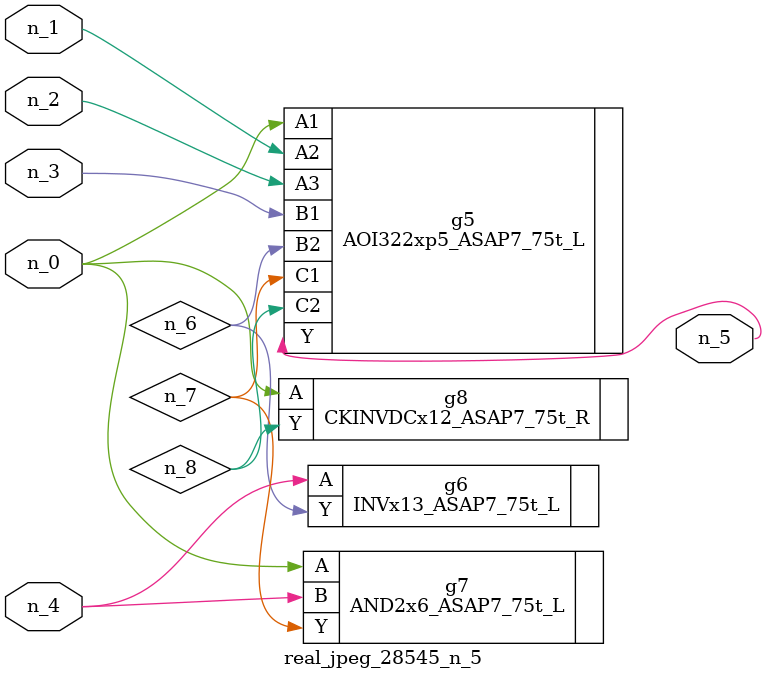
<source format=v>
module real_jpeg_28545_n_5 (n_4, n_0, n_1, n_2, n_3, n_5);

input n_4;
input n_0;
input n_1;
input n_2;
input n_3;

output n_5;

wire n_8;
wire n_6;
wire n_7;

AOI322xp5_ASAP7_75t_L g5 ( 
.A1(n_0),
.A2(n_1),
.A3(n_2),
.B1(n_3),
.B2(n_6),
.C1(n_7),
.C2(n_8),
.Y(n_5)
);

AND2x6_ASAP7_75t_L g7 ( 
.A(n_0),
.B(n_4),
.Y(n_7)
);

CKINVDCx12_ASAP7_75t_R g8 ( 
.A(n_0),
.Y(n_8)
);

INVx13_ASAP7_75t_L g6 ( 
.A(n_4),
.Y(n_6)
);


endmodule
</source>
